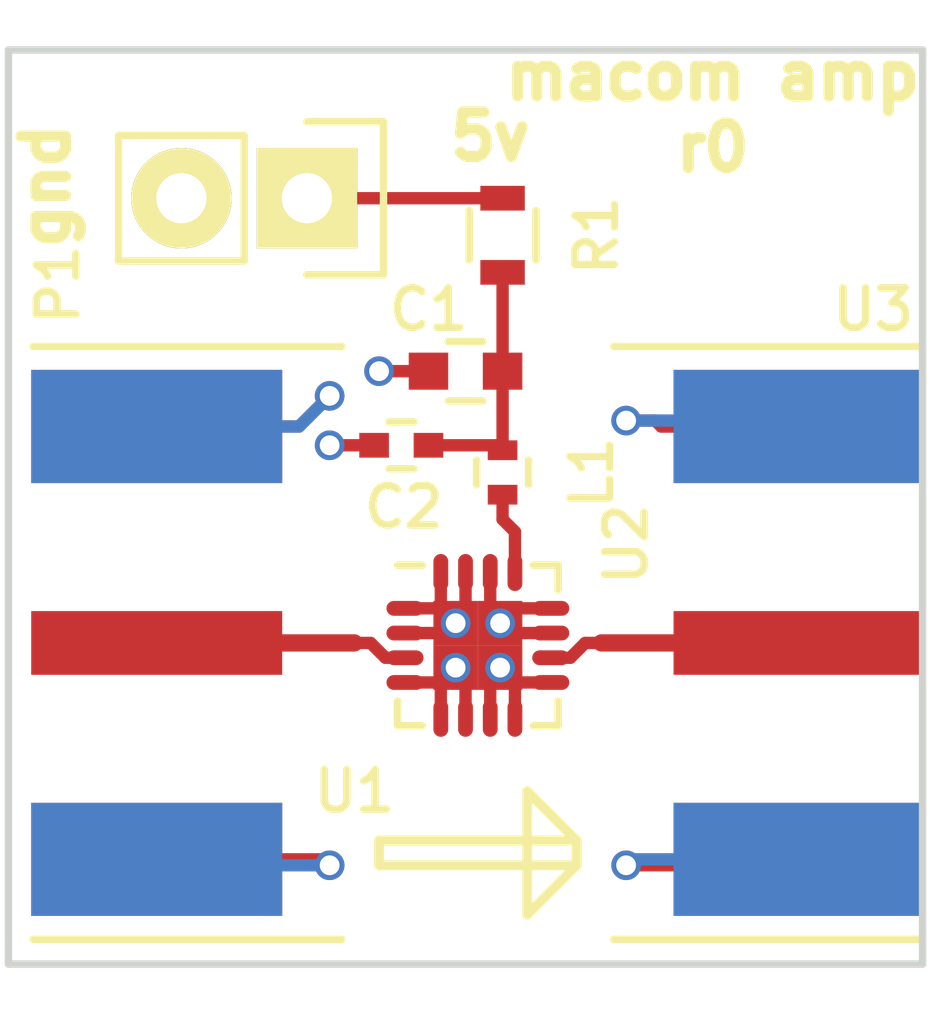
<source format=kicad_pcb>
(kicad_pcb (version 4) (host pcbnew 4.0.2-stable)

  (general
    (links 34)
    (no_connects 0)
    (area 131.2825 91.938333 150.195001 112.755)
    (thickness 1.6)
    (drawings 17)
    (tracks 68)
    (zones 0)
    (modules 8)
    (nets 7)
  )

  (page A4)
  (layers
    (0 F.Cu signal)
    (1 In1.Cu signal hide)
    (2 In2.Cu signal)
    (31 B.Cu signal)
    (32 B.Adhes user)
    (33 F.Adhes user)
    (34 B.Paste user)
    (35 F.Paste user)
    (36 B.SilkS user)
    (37 F.SilkS user)
    (38 B.Mask user)
    (39 F.Mask user)
    (40 Dwgs.User user)
    (41 Cmts.User user)
    (42 Eco1.User user)
    (43 Eco2.User user)
    (44 Edge.Cuts user)
    (45 Margin user)
    (46 B.CrtYd user)
    (47 F.CrtYd user)
    (48 B.Fab user)
    (49 F.Fab user)
  )

  (setup
    (last_trace_width 0.25)
    (user_trace_width 0.35)
    (trace_clearance 0.12)
    (zone_clearance 0.508)
    (zone_45_only no)
    (trace_min 0.2)
    (segment_width 0.2)
    (edge_width 0.15)
    (via_size 0.6)
    (via_drill 0.4)
    (via_min_size 0.4)
    (via_min_drill 0.3)
    (uvia_size 0.3)
    (uvia_drill 0.1)
    (uvias_allowed no)
    (uvia_min_size 0.2)
    (uvia_min_drill 0.1)
    (pcb_text_width 0.3)
    (pcb_text_size 1.5 1.5)
    (mod_edge_width 0.15)
    (mod_text_size 0.8 0.8)
    (mod_text_width 0.15)
    (pad_size 1.524 1.524)
    (pad_drill 0.762)
    (pad_to_mask_clearance 0.2)
    (aux_axis_origin 0 0)
    (visible_elements FFFEFF7F)
    (pcbplotparams
      (layerselection 0x010f0_80000007)
      (usegerberextensions true)
      (excludeedgelayer true)
      (linewidth 0.100000)
      (plotframeref false)
      (viasonmask false)
      (mode 1)
      (useauxorigin false)
      (hpglpennumber 1)
      (hpglpenspeed 20)
      (hpglpendiameter 15)
      (hpglpenoverlay 2)
      (psnegative false)
      (psa4output false)
      (plotreference true)
      (plotvalue true)
      (plotinvisibletext false)
      (padsonsilk false)
      (subtractmaskfromsilk false)
      (outputformat 1)
      (mirror false)
      (drillshape 0)
      (scaleselection 1)
      (outputdirectory gerbs/))
  )

  (net 0 "")
  (net 1 "Net-(C1-Pad1)")
  (net 2 GND)
  (net 3 "Net-(L1-Pad2)")
  (net 4 "Net-(P1-Pad1)")
  (net 5 "Net-(U1-Pad1)")
  (net 6 "Net-(U2-Pad10)")

  (net_class Default "This is the default net class."
    (clearance 0.12)
    (trace_width 0.25)
    (via_dia 0.6)
    (via_drill 0.4)
    (uvia_dia 0.3)
    (uvia_drill 0.1)
    (add_net GND)
    (add_net "Net-(C1-Pad1)")
    (add_net "Net-(L1-Pad2)")
    (add_net "Net-(P1-Pad1)")
    (add_net "Net-(U1-Pad1)")
    (add_net "Net-(U2-Pad10)")
  )

  (module Capacitors_SMD:C_0603 (layer F.Cu) (tedit 5415D631) (tstamp 571B6C4F)
    (at 140.75 99.5 180)
    (descr "Capacitor SMD 0603, reflow soldering, AVX (see smccp.pdf)")
    (tags "capacitor 0603")
    (path /571B6E62)
    (attr smd)
    (fp_text reference C1 (at 0.75 1.25 180) (layer F.SilkS)
      (effects (font (size 0.8 0.8) (thickness 0.15)))
    )
    (fp_text value "1 uF" (at 0 1.9 180) (layer F.Fab)
      (effects (font (size 0.8 0.8) (thickness 0.15)))
    )
    (fp_line (start -1.45 -0.75) (end 1.45 -0.75) (layer F.CrtYd) (width 0.05))
    (fp_line (start -1.45 0.75) (end 1.45 0.75) (layer F.CrtYd) (width 0.05))
    (fp_line (start -1.45 -0.75) (end -1.45 0.75) (layer F.CrtYd) (width 0.05))
    (fp_line (start 1.45 -0.75) (end 1.45 0.75) (layer F.CrtYd) (width 0.05))
    (fp_line (start -0.35 -0.6) (end 0.35 -0.6) (layer F.SilkS) (width 0.15))
    (fp_line (start 0.35 0.6) (end -0.35 0.6) (layer F.SilkS) (width 0.15))
    (pad 1 smd rect (at -0.75 0 180) (size 0.8 0.75) (layers F.Cu F.Paste F.Mask)
      (net 1 "Net-(C1-Pad1)"))
    (pad 2 smd rect (at 0.75 0 180) (size 0.8 0.75) (layers F.Cu F.Paste F.Mask)
      (net 2 GND))
    (model Capacitors_SMD.3dshapes/C_0603.wrl
      (at (xyz 0 0 0))
      (scale (xyz 1 1 1))
      (rotate (xyz 0 0 0))
    )
  )

  (module Capacitors_SMD:C_0402 (layer F.Cu) (tedit 5415D599) (tstamp 571B6C55)
    (at 139.45 101 180)
    (descr "Capacitor SMD 0402, reflow soldering, AVX (see smccp.pdf)")
    (tags "capacitor 0402")
    (path /571B6DDC)
    (attr smd)
    (fp_text reference C2 (at -0.05 -1.25 180) (layer F.SilkS)
      (effects (font (size 0.8 0.8) (thickness 0.15)))
    )
    (fp_text value "10 pF" (at 0 1.7 180) (layer F.Fab)
      (effects (font (size 0.8 0.8) (thickness 0.15)))
    )
    (fp_line (start -1.15 -0.6) (end 1.15 -0.6) (layer F.CrtYd) (width 0.05))
    (fp_line (start -1.15 0.6) (end 1.15 0.6) (layer F.CrtYd) (width 0.05))
    (fp_line (start -1.15 -0.6) (end -1.15 0.6) (layer F.CrtYd) (width 0.05))
    (fp_line (start 1.15 -0.6) (end 1.15 0.6) (layer F.CrtYd) (width 0.05))
    (fp_line (start 0.25 -0.475) (end -0.25 -0.475) (layer F.SilkS) (width 0.15))
    (fp_line (start -0.25 0.475) (end 0.25 0.475) (layer F.SilkS) (width 0.15))
    (pad 1 smd rect (at -0.55 0 180) (size 0.6 0.5) (layers F.Cu F.Paste F.Mask)
      (net 1 "Net-(C1-Pad1)"))
    (pad 2 smd rect (at 0.55 0 180) (size 0.6 0.5) (layers F.Cu F.Paste F.Mask)
      (net 2 GND))
    (model Capacitors_SMD.3dshapes/C_0402.wrl
      (at (xyz 0 0 0))
      (scale (xyz 1 1 1))
      (rotate (xyz 0 0 0))
    )
  )

  (module Resistors_SMD:R_0402 (layer F.Cu) (tedit 5415CBB8) (tstamp 571B6C61)
    (at 141.5 101.55 270)
    (descr "Resistor SMD 0402, reflow soldering, Vishay (see dcrcw.pdf)")
    (tags "resistor 0402")
    (path /571B6E05)
    (attr smd)
    (fp_text reference L1 (at 0 -1.8 270) (layer F.SilkS)
      (effects (font (size 0.8 0.8) (thickness 0.15)))
    )
    (fp_text value L_Small (at 0 1.8 270) (layer F.Fab)
      (effects (font (size 0.8 0.8) (thickness 0.15)))
    )
    (fp_line (start -0.95 -0.65) (end 0.95 -0.65) (layer F.CrtYd) (width 0.05))
    (fp_line (start -0.95 0.65) (end 0.95 0.65) (layer F.CrtYd) (width 0.05))
    (fp_line (start -0.95 -0.65) (end -0.95 0.65) (layer F.CrtYd) (width 0.05))
    (fp_line (start 0.95 -0.65) (end 0.95 0.65) (layer F.CrtYd) (width 0.05))
    (fp_line (start 0.25 -0.525) (end -0.25 -0.525) (layer F.SilkS) (width 0.15))
    (fp_line (start -0.25 0.525) (end 0.25 0.525) (layer F.SilkS) (width 0.15))
    (pad 1 smd rect (at -0.45 0 270) (size 0.4 0.6) (layers F.Cu F.Paste F.Mask)
      (net 1 "Net-(C1-Pad1)"))
    (pad 2 smd rect (at 0.45 0 270) (size 0.4 0.6) (layers F.Cu F.Paste F.Mask)
      (net 3 "Net-(L1-Pad2)"))
    (model Resistors_SMD.3dshapes/R_0402.wrl
      (at (xyz 0 0 0))
      (scale (xyz 1 1 1))
      (rotate (xyz 0 0 0))
    )
  )

  (module Pin_Headers:Pin_Header_Straight_1x02 (layer F.Cu) (tedit 54EA090C) (tstamp 571B6C67)
    (at 137.54 96 270)
    (descr "Through hole pin header")
    (tags "pin header")
    (path /571B718D)
    (fp_text reference P1 (at 1.75 5.04 270) (layer F.SilkS)
      (effects (font (size 0.8 0.8) (thickness 0.15)))
    )
    (fp_text value CONN_01X02 (at 0 -3.1 270) (layer F.Fab)
      (effects (font (size 0.8 0.8) (thickness 0.15)))
    )
    (fp_line (start 1.27 1.27) (end 1.27 3.81) (layer F.SilkS) (width 0.15))
    (fp_line (start 1.55 -1.55) (end 1.55 0) (layer F.SilkS) (width 0.15))
    (fp_line (start -1.75 -1.75) (end -1.75 4.3) (layer F.CrtYd) (width 0.05))
    (fp_line (start 1.75 -1.75) (end 1.75 4.3) (layer F.CrtYd) (width 0.05))
    (fp_line (start -1.75 -1.75) (end 1.75 -1.75) (layer F.CrtYd) (width 0.05))
    (fp_line (start -1.75 4.3) (end 1.75 4.3) (layer F.CrtYd) (width 0.05))
    (fp_line (start 1.27 1.27) (end -1.27 1.27) (layer F.SilkS) (width 0.15))
    (fp_line (start -1.55 0) (end -1.55 -1.55) (layer F.SilkS) (width 0.15))
    (fp_line (start -1.55 -1.55) (end 1.55 -1.55) (layer F.SilkS) (width 0.15))
    (fp_line (start -1.27 1.27) (end -1.27 3.81) (layer F.SilkS) (width 0.15))
    (fp_line (start -1.27 3.81) (end 1.27 3.81) (layer F.SilkS) (width 0.15))
    (pad 1 thru_hole rect (at 0 0 270) (size 2.032 2.032) (drill 1.016) (layers *.Cu *.Mask F.SilkS)
      (net 4 "Net-(P1-Pad1)"))
    (pad 2 thru_hole oval (at 0 2.54 270) (size 2.032 2.032) (drill 1.016) (layers *.Cu *.Mask F.SilkS)
      (net 2 GND))
    (model Pin_Headers.3dshapes/Pin_Header_Straight_1x02.wrl
      (at (xyz 0 -0.05 0))
      (scale (xyz 1 1 1))
      (rotate (xyz 0 0 90))
    )
  )

  (module Resistors_SMD:R_0603 (layer F.Cu) (tedit 5415CC62) (tstamp 571B6C6D)
    (at 141.5 96.75 270)
    (descr "Resistor SMD 0603, reflow soldering, Vishay (see dcrcw.pdf)")
    (tags "resistor 0603")
    (path /571B728F)
    (attr smd)
    (fp_text reference R1 (at 0 -1.9 270) (layer F.SilkS)
      (effects (font (size 0.8 0.8) (thickness 0.15)))
    )
    (fp_text value R_Small (at 0 1.9 270) (layer F.Fab)
      (effects (font (size 0.8 0.8) (thickness 0.15)))
    )
    (fp_line (start -1.3 -0.8) (end 1.3 -0.8) (layer F.CrtYd) (width 0.05))
    (fp_line (start -1.3 0.8) (end 1.3 0.8) (layer F.CrtYd) (width 0.05))
    (fp_line (start -1.3 -0.8) (end -1.3 0.8) (layer F.CrtYd) (width 0.05))
    (fp_line (start 1.3 -0.8) (end 1.3 0.8) (layer F.CrtYd) (width 0.05))
    (fp_line (start 0.5 0.675) (end -0.5 0.675) (layer F.SilkS) (width 0.15))
    (fp_line (start -0.5 -0.675) (end 0.5 -0.675) (layer F.SilkS) (width 0.15))
    (pad 1 smd rect (at -0.75 0 270) (size 0.5 0.9) (layers F.Cu F.Paste F.Mask)
      (net 4 "Net-(P1-Pad1)"))
    (pad 2 smd rect (at 0.75 0 270) (size 0.5 0.9) (layers F.Cu F.Paste F.Mask)
      (net 1 "Net-(C1-Pad1)"))
    (model Resistors_SMD.3dshapes/R_0603.wrl
      (at (xyz 0 0 0))
      (scale (xyz 1 1 1))
      (rotate (xyz 0 0 0))
    )
  )

  (module vna_footprints:732511150_sma_thin (layer F.Cu) (tedit 571B3D40) (tstamp 571B6C76)
    (at 134.5 105 270)
    (path /571B692A)
    (fp_text reference U1 (at 3 -4 360) (layer F.SilkS)
      (effects (font (size 0.8 0.8) (thickness 0.15)))
    )
    (fp_text value CONN_SMA (at 7 -3.5 360) (layer F.Fab)
      (effects (font (size 0.8 0.8) (thickness 0.15)))
    )
    (fp_line (start 6 2.5) (end 6 -3.75) (layer F.SilkS) (width 0.15))
    (fp_line (start -6 2.5) (end -6 -3.75) (layer F.SilkS) (width 0.15))
    (pad 1 smd rect (at 0 0 270) (size 1.29 5.08) (layers F.Cu F.Paste F.Mask)
      (net 5 "Net-(U1-Pad1)"))
    (pad 2 smd rect (at 4.38 0 270) (size 2.29 5.08) (layers F.Cu F.Paste F.Mask)
      (net 2 GND))
    (pad 3 smd rect (at -4.38 0 270) (size 2.29 5.08) (layers F.Cu F.Paste F.Mask)
      (net 2 GND))
    (pad 4 smd rect (at -4.38 0 270) (size 2.29 5.08) (layers B.Cu B.Paste B.Mask)
      (net 2 GND))
    (pad 5 smd rect (at 4.38 0 270) (size 2.29 5.08) (layers B.Cu B.Paste B.Mask)
      (net 2 GND))
  )

  (module Housings_DFN_QFN:QFN-16-1EP_3x3mm_Pitch0.5mm (layer F.Cu) (tedit 54130A77) (tstamp 571B6C8E)
    (at 141 105.05)
    (descr "16-Lead Plastic Quad Flat, No Lead Package (NG) - 3x3x0.9 mm Body [QFN]; (see Microchip Packaging Specification 00000049BS.pdf)")
    (tags "QFN 0.5")
    (path /571B78AF)
    (attr smd)
    (fp_text reference U2 (at 3 -2.05 90) (layer F.SilkS)
      (effects (font (size 0.8 0.8) (thickness 0.15)))
    )
    (fp_text value CMM0511-QT-0G0T (at 0 2.85) (layer F.Fab)
      (effects (font (size 0.8 0.8) (thickness 0.15)))
    )
    (fp_line (start -2.1 -2.1) (end -2.1 2.1) (layer F.CrtYd) (width 0.05))
    (fp_line (start 2.1 -2.1) (end 2.1 2.1) (layer F.CrtYd) (width 0.05))
    (fp_line (start -2.1 -2.1) (end 2.1 -2.1) (layer F.CrtYd) (width 0.05))
    (fp_line (start -2.1 2.1) (end 2.1 2.1) (layer F.CrtYd) (width 0.05))
    (fp_line (start 1.625 -1.625) (end 1.625 -1.125) (layer F.SilkS) (width 0.15))
    (fp_line (start -1.625 1.625) (end -1.625 1.125) (layer F.SilkS) (width 0.15))
    (fp_line (start 1.625 1.625) (end 1.625 1.125) (layer F.SilkS) (width 0.15))
    (fp_line (start -1.625 -1.625) (end -1.125 -1.625) (layer F.SilkS) (width 0.15))
    (fp_line (start -1.625 1.625) (end -1.125 1.625) (layer F.SilkS) (width 0.15))
    (fp_line (start 1.625 1.625) (end 1.125 1.625) (layer F.SilkS) (width 0.15))
    (fp_line (start 1.625 -1.625) (end 1.125 -1.625) (layer F.SilkS) (width 0.15))
    (pad 1 smd oval (at -1.475 -0.75) (size 0.75 0.3) (layers F.Cu F.Paste F.Mask)
      (net 2 GND))
    (pad 2 smd oval (at -1.475 -0.25) (size 0.75 0.3) (layers F.Cu F.Paste F.Mask)
      (net 2 GND))
    (pad 3 smd oval (at -1.475 0.25) (size 0.75 0.3) (layers F.Cu F.Paste F.Mask)
      (net 5 "Net-(U1-Pad1)"))
    (pad 4 smd oval (at -1.475 0.75) (size 0.75 0.3) (layers F.Cu F.Paste F.Mask)
      (net 2 GND))
    (pad 5 smd oval (at -0.75 1.475 90) (size 0.75 0.3) (layers F.Cu F.Paste F.Mask)
      (net 2 GND))
    (pad 6 smd oval (at -0.25 1.475 90) (size 0.75 0.3) (layers F.Cu F.Paste F.Mask)
      (net 2 GND))
    (pad 7 smd oval (at 0.25 1.475 90) (size 0.75 0.3) (layers F.Cu F.Paste F.Mask)
      (net 2 GND))
    (pad 8 smd oval (at 0.75 1.475 90) (size 0.75 0.3) (layers F.Cu F.Paste F.Mask)
      (net 2 GND))
    (pad 9 smd oval (at 1.475 0.75) (size 0.75 0.3) (layers F.Cu F.Paste F.Mask)
      (net 2 GND))
    (pad 10 smd oval (at 1.475 0.25) (size 0.75 0.3) (layers F.Cu F.Paste F.Mask)
      (net 6 "Net-(U2-Pad10)"))
    (pad 11 smd oval (at 1.475 -0.25) (size 0.75 0.3) (layers F.Cu F.Paste F.Mask)
      (net 2 GND))
    (pad 12 smd oval (at 1.475 -0.75) (size 0.75 0.3) (layers F.Cu F.Paste F.Mask)
      (net 2 GND))
    (pad 13 smd oval (at 0.75 -1.475 90) (size 0.75 0.3) (layers F.Cu F.Paste F.Mask)
      (net 3 "Net-(L1-Pad2)"))
    (pad 14 smd oval (at 0.25 -1.475 90) (size 0.75 0.3) (layers F.Cu F.Paste F.Mask)
      (net 2 GND))
    (pad 15 smd oval (at -0.25 -1.475 90) (size 0.75 0.3) (layers F.Cu F.Paste F.Mask)
      (net 2 GND))
    (pad 16 smd oval (at -0.75 -1.475 90) (size 0.75 0.3) (layers F.Cu F.Paste F.Mask)
      (net 2 GND))
    (pad 17 smd rect (at 0.45 0.45) (size 0.9 0.9) (layers F.Cu F.Paste F.Mask)
      (net 2 GND) (solder_paste_margin_ratio -0.2))
    (pad 17 smd rect (at 0.45 -0.45) (size 0.9 0.9) (layers F.Cu F.Paste F.Mask)
      (net 2 GND) (solder_paste_margin_ratio -0.2))
    (pad 17 smd rect (at -0.45 0.45) (size 0.9 0.9) (layers F.Cu F.Paste F.Mask)
      (net 2 GND) (solder_paste_margin_ratio -0.2))
    (pad 17 smd rect (at -0.45 -0.45) (size 0.9 0.9) (layers F.Cu F.Paste F.Mask)
      (net 2 GND) (solder_paste_margin_ratio -0.2))
    (model Housings_DFN_QFN.3dshapes/QFN-16-1EP_3x3mm_Pitch0.5mm.wrl
      (at (xyz 0 0 0))
      (scale (xyz 1 1 1))
      (rotate (xyz 0 0 0))
    )
  )

  (module vna_footprints:732511150_sma_thin (layer F.Cu) (tedit 571B3D40) (tstamp 571B6C97)
    (at 147.5 105 90)
    (path /571B6B83)
    (fp_text reference U3 (at 6.75 1.5 180) (layer F.SilkS)
      (effects (font (size 0.8 0.8) (thickness 0.15)))
    )
    (fp_text value CONN_SMA (at 7 -3.5 180) (layer F.Fab)
      (effects (font (size 0.8 0.8) (thickness 0.15)))
    )
    (fp_line (start 6 2.5) (end 6 -3.75) (layer F.SilkS) (width 0.15))
    (fp_line (start -6 2.5) (end -6 -3.75) (layer F.SilkS) (width 0.15))
    (pad 1 smd rect (at 0 0 90) (size 1.29 5.08) (layers F.Cu F.Paste F.Mask)
      (net 6 "Net-(U2-Pad10)"))
    (pad 2 smd rect (at 4.38 0 90) (size 2.29 5.08) (layers F.Cu F.Paste F.Mask)
      (net 2 GND))
    (pad 3 smd rect (at -4.38 0 90) (size 2.29 5.08) (layers F.Cu F.Paste F.Mask)
      (net 2 GND))
    (pad 4 smd rect (at -4.38 0 90) (size 2.29 5.08) (layers B.Cu B.Paste B.Mask)
      (net 2 GND))
    (pad 5 smd rect (at 4.38 0 90) (size 2.29 5.08) (layers B.Cu B.Paste B.Mask)
      (net 2 GND))
  )

  (gr_text 5v (at 141.25 94.75) (layer F.SilkS) (tstamp 571C72B1)
    (effects (font (size 0.9 0.9) (thickness 0.225)))
  )
  (gr_text gnd (at 132.25 95.75 90) (layer F.SilkS)
    (effects (font (size 0.9 0.9) (thickness 0.225)))
  )
  (gr_text "macom amp\nr0\n" (at 145.75 94.25) (layer F.SilkS)
    (effects (font (size 0.9 0.9) (thickness 0.225)))
  )
  (gr_line (start 139 109) (end 139 109.5) (layer F.SilkS) (width 0.2))
  (gr_line (start 143 109) (end 142.5 109) (layer F.SilkS) (width 0.2))
  (gr_line (start 143 109.5) (end 143 109) (layer F.SilkS) (width 0.2))
  (gr_line (start 142 110.5) (end 143 109.5) (layer F.SilkS) (width 0.2))
  (gr_line (start 142 108) (end 142 110.5) (layer F.SilkS) (width 0.2))
  (gr_line (start 143 109) (end 142 108) (layer F.SilkS) (width 0.2))
  (gr_line (start 139 109) (end 143 109) (layer F.SilkS) (width 0.2))
  (gr_line (start 139 109.5) (end 143 109.5) (layer F.SilkS) (width 0.2))
  (gr_line (start 131.5 93) (end 131.5 111) (layer Edge.Cuts) (width 0.15))
  (gr_line (start 132 93) (end 131.5 93) (layer Edge.Cuts) (width 0.15))
  (gr_line (start 150 93) (end 132 93) (layer Edge.Cuts) (width 0.15))
  (gr_line (start 150 111.5) (end 150 93) (layer Edge.Cuts) (width 0.15))
  (gr_line (start 131.5 111.5) (end 150 111.5) (layer Edge.Cuts) (width 0.15))
  (gr_line (start 131.5 111) (end 131.5 111.5) (layer Edge.Cuts) (width 0.15))

  (segment (start 140 101) (end 141.4 101) (width 0.25) (layer F.Cu) (net 1))
  (segment (start 141.4 101) (end 141.5 101.1) (width 0.25) (layer F.Cu) (net 1))
  (segment (start 141.5 101.1) (end 141.5 99.5) (width 0.25) (layer F.Cu) (net 1))
  (segment (start 141.5 97.5) (end 141.5 99.5) (width 0.25) (layer F.Cu) (net 1))
  (via (at 140.55 105.5) (size 0.6) (drill 0.4) (layers F.Cu B.Cu) (net 2))
  (via (at 141.45 105.5) (size 0.6) (drill 0.4) (layers F.Cu B.Cu) (net 2))
  (via (at 141.45 104.6) (size 0.6) (drill 0.4) (layers F.Cu B.Cu) (net 2))
  (via (at 140.55 104.6) (size 0.6) (drill 0.4) (layers F.Cu B.Cu) (net 2))
  (segment (start 140.75 103.575) (end 140.75 104.4) (width 0.25) (layer F.Cu) (net 2))
  (segment (start 140.75 104.4) (end 140.55 104.6) (width 0.25) (layer F.Cu) (net 2))
  (segment (start 141.25 103.575) (end 141.25 104.4) (width 0.25) (layer F.Cu) (net 2))
  (segment (start 141.25 104.4) (end 141.45 104.6) (width 0.25) (layer F.Cu) (net 2))
  (segment (start 142.475 104.3) (end 141.75 104.3) (width 0.25) (layer F.Cu) (net 2))
  (segment (start 141.75 104.3) (end 141.45 104.6) (width 0.25) (layer F.Cu) (net 2))
  (segment (start 142.475 104.8) (end 141.65 104.8) (width 0.25) (layer F.Cu) (net 2))
  (segment (start 141.65 104.8) (end 141.45 104.6) (width 0.25) (layer F.Cu) (net 2))
  (segment (start 142.475 105.8) (end 141.75 105.8) (width 0.25) (layer F.Cu) (net 2))
  (segment (start 141.75 105.8) (end 141.45 105.5) (width 0.25) (layer F.Cu) (net 2))
  (segment (start 141.75 106.525) (end 141.75 105.8) (width 0.25) (layer F.Cu) (net 2))
  (segment (start 141.25 106.525) (end 141.25 105.7) (width 0.25) (layer F.Cu) (net 2))
  (segment (start 141.25 105.7) (end 141.45 105.5) (width 0.25) (layer F.Cu) (net 2))
  (segment (start 140.75 106.525) (end 140.75 105.7) (width 0.25) (layer F.Cu) (net 2))
  (segment (start 140.75 105.7) (end 140.55 105.5) (width 0.25) (layer F.Cu) (net 2))
  (segment (start 140.25 106.525) (end 140.25 105.8) (width 0.25) (layer F.Cu) (net 2))
  (segment (start 140.25 105.8) (end 140.55 105.5) (width 0.25) (layer F.Cu) (net 2))
  (segment (start 139.525 105.8) (end 140.25 105.8) (width 0.25) (layer F.Cu) (net 2))
  (segment (start 139.525 104.8) (end 140.35 104.8) (width 0.25) (layer F.Cu) (net 2))
  (segment (start 140.35 104.8) (end 140.55 104.6) (width 0.25) (layer F.Cu) (net 2))
  (segment (start 139.525 104.3) (end 140.25 104.3) (width 0.25) (layer F.Cu) (net 2))
  (segment (start 140.25 104.3) (end 140.55 104.6) (width 0.25) (layer F.Cu) (net 2))
  (segment (start 140.25 103.575) (end 140.25 104.3) (width 0.25) (layer F.Cu) (net 2))
  (segment (start 144 100.5) (end 147.38 100.5) (width 0.25) (layer B.Cu) (net 2))
  (segment (start 147.38 100.5) (end 147.5 100.62) (width 0.25) (layer B.Cu) (net 2))
  (segment (start 144.59 100.5) (end 144 100.5) (width 0.25) (layer F.Cu) (net 2))
  (via (at 144 100.5) (size 0.6) (drill 0.4) (layers F.Cu B.Cu) (net 2))
  (segment (start 147.5 100.62) (end 144.71 100.62) (width 0.25) (layer F.Cu) (net 2))
  (segment (start 144.71 100.62) (end 144.59 100.5) (width 0.25) (layer F.Cu) (net 2))
  (segment (start 144 109.5) (end 147.38 109.5) (width 0.25) (layer F.Cu) (net 2))
  (segment (start 147.38 109.5) (end 147.5 109.38) (width 0.25) (layer F.Cu) (net 2))
  (segment (start 147.5 109.38) (end 144.12 109.38) (width 0.25) (layer B.Cu) (net 2))
  (segment (start 144.12 109.38) (end 144 109.5) (width 0.25) (layer B.Cu) (net 2))
  (via (at 144 109.5) (size 0.6) (drill 0.4) (layers F.Cu B.Cu) (net 2))
  (segment (start 138 109.5) (end 134.62 109.5) (width 0.25) (layer B.Cu) (net 2))
  (segment (start 134.62 109.5) (end 134.5 109.38) (width 0.25) (layer B.Cu) (net 2))
  (segment (start 134.5 109.38) (end 137.88 109.38) (width 0.25) (layer F.Cu) (net 2))
  (segment (start 137.88 109.38) (end 138 109.5) (width 0.25) (layer F.Cu) (net 2))
  (via (at 138 109.5) (size 0.6) (drill 0.4) (layers F.Cu B.Cu) (net 2))
  (segment (start 134.5 100.62) (end 137.38 100.62) (width 0.25) (layer F.Cu) (net 2))
  (segment (start 137.38 100.62) (end 138 100) (width 0.25) (layer F.Cu) (net 2))
  (segment (start 134.5 100.62) (end 137.38 100.62) (width 0.25) (layer B.Cu) (net 2))
  (segment (start 137.38 100.62) (end 138 100) (width 0.25) (layer B.Cu) (net 2))
  (via (at 138 100) (size 0.6) (drill 0.4) (layers F.Cu B.Cu) (net 2))
  (segment (start 138.9 101) (end 138 101) (width 0.25) (layer F.Cu) (net 2))
  (via (at 138 101) (size 0.6) (drill 0.4) (layers F.Cu B.Cu) (net 2))
  (via (at 139 99.5) (size 0.6) (drill 0.4) (layers F.Cu B.Cu) (net 2))
  (segment (start 140 99.5) (end 139 99.5) (width 0.25) (layer F.Cu) (net 2))
  (segment (start 141.75 102.75) (end 141.5 102.5) (width 0.25) (layer F.Cu) (net 3))
  (segment (start 141.5 102.5) (end 141.5 102) (width 0.25) (layer F.Cu) (net 3))
  (segment (start 141.75 103.575) (end 141.75 102.75) (width 0.25) (layer F.Cu) (net 3))
  (segment (start 137.54 96) (end 141.5 96) (width 0.25) (layer F.Cu) (net 4))
  (segment (start 138.5 105) (end 134.5 105) (width 0.35) (layer F.Cu) (net 5))
  (segment (start 138.828235 105) (end 138.5 105) (width 0.25) (layer F.Cu) (net 5))
  (segment (start 139.525 105.3) (end 139.128235 105.3) (width 0.25) (layer F.Cu) (net 5))
  (segment (start 139.128235 105.3) (end 138.828235 105) (width 0.25) (layer F.Cu) (net 5))
  (segment (start 143.5 105) (end 147.5 105) (width 0.35) (layer F.Cu) (net 6))
  (segment (start 143.171765 105) (end 143.5 105) (width 0.25) (layer F.Cu) (net 6))
  (segment (start 142.475 105.3) (end 142.871765 105.3) (width 0.25) (layer F.Cu) (net 6))
  (segment (start 142.871765 105.3) (end 143.171765 105) (width 0.25) (layer F.Cu) (net 6))

  (zone (net 2) (net_name GND) (layer In1.Cu) (tstamp 0) (hatch edge 0.508)
    (connect_pads yes (clearance 0.508))
    (min_thickness 0.254)
    (fill yes (arc_segments 16) (thermal_gap 0.508) (thermal_bridge_width 0.508))
    (polygon
      (pts
        (xy 131.5 93) (xy 131.5 111.5) (xy 150 111.5) (xy 150 93)
      )
    )
    (filled_polygon
      (pts
        (xy 149.29 110.79) (xy 132.21 110.79) (xy 132.21 94.984) (xy 135.87656 94.984) (xy 135.87656 97.016)
        (xy 135.920838 97.251317) (xy 136.05991 97.467441) (xy 136.27211 97.612431) (xy 136.524 97.66344) (xy 138.556 97.66344)
        (xy 138.791317 97.619162) (xy 139.007441 97.48009) (xy 139.152431 97.26789) (xy 139.20344 97.016) (xy 139.20344 94.984)
        (xy 139.159162 94.748683) (xy 139.02009 94.532559) (xy 138.80789 94.387569) (xy 138.556 94.33656) (xy 136.524 94.33656)
        (xy 136.288683 94.380838) (xy 136.072559 94.51991) (xy 135.927569 94.73211) (xy 135.87656 94.984) (xy 132.21 94.984)
        (xy 132.21 93.71) (xy 149.29 93.71)
      )
    )
  )
)

</source>
